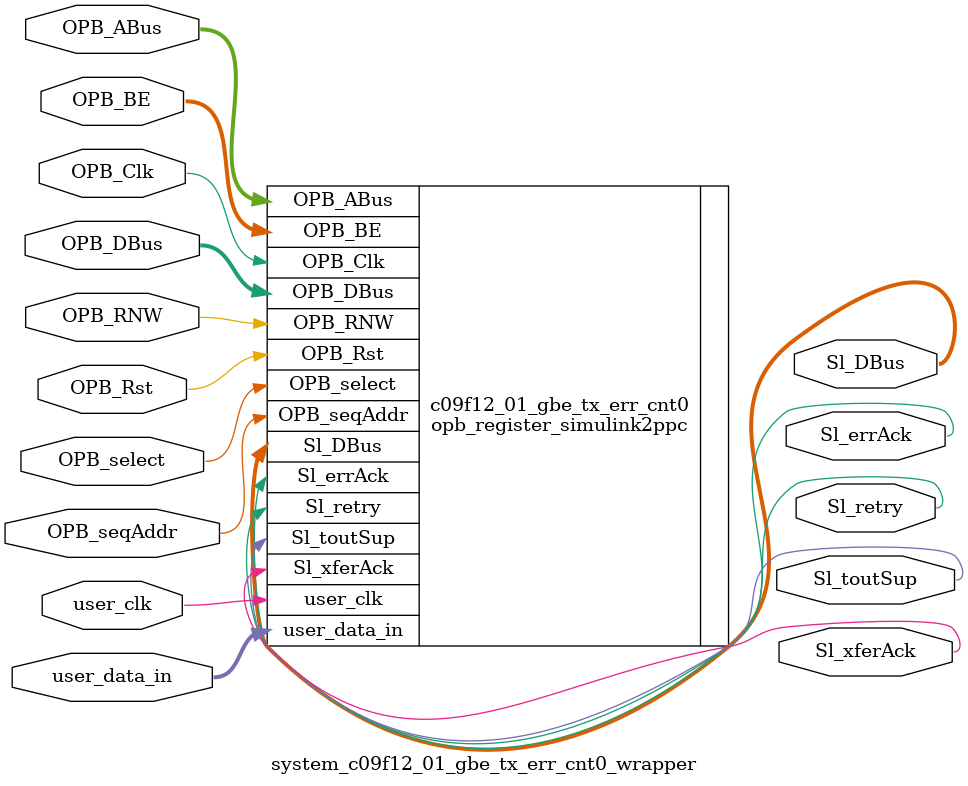
<source format=v>

module system_c09f12_01_gbe_tx_err_cnt0_wrapper
  (
    OPB_Clk,
    OPB_Rst,
    Sl_DBus,
    Sl_errAck,
    Sl_retry,
    Sl_toutSup,
    Sl_xferAck,
    OPB_ABus,
    OPB_BE,
    OPB_DBus,
    OPB_RNW,
    OPB_select,
    OPB_seqAddr,
    user_data_in,
    user_clk
  );
  input OPB_Clk;
  input OPB_Rst;
  output [0:31] Sl_DBus;
  output Sl_errAck;
  output Sl_retry;
  output Sl_toutSup;
  output Sl_xferAck;
  input [0:31] OPB_ABus;
  input [0:3] OPB_BE;
  input [0:31] OPB_DBus;
  input OPB_RNW;
  input OPB_select;
  input OPB_seqAddr;
  input [31:0] user_data_in;
  input user_clk;

  opb_register_simulink2ppc
    #(
      .C_BASEADDR ( 32'h01094300 ),
      .C_HIGHADDR ( 32'h010943FF ),
      .C_OPB_AWIDTH ( 32 ),
      .C_OPB_DWIDTH ( 32 ),
      .C_FAMILY ( "virtex5" )
    )
    c09f12_01_gbe_tx_err_cnt0 (
      .OPB_Clk ( OPB_Clk ),
      .OPB_Rst ( OPB_Rst ),
      .Sl_DBus ( Sl_DBus ),
      .Sl_errAck ( Sl_errAck ),
      .Sl_retry ( Sl_retry ),
      .Sl_toutSup ( Sl_toutSup ),
      .Sl_xferAck ( Sl_xferAck ),
      .OPB_ABus ( OPB_ABus ),
      .OPB_BE ( OPB_BE ),
      .OPB_DBus ( OPB_DBus ),
      .OPB_RNW ( OPB_RNW ),
      .OPB_select ( OPB_select ),
      .OPB_seqAddr ( OPB_seqAddr ),
      .user_data_in ( user_data_in ),
      .user_clk ( user_clk )
    );

endmodule


</source>
